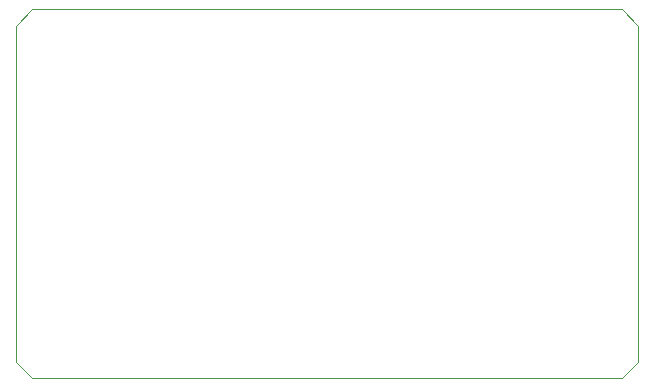
<source format=gbr>
G04 #@! TF.GenerationSoftware,KiCad,Pcbnew,5.1.2-f72e74a~84~ubuntu18.04.1*
G04 #@! TF.CreationDate,2021-05-31T02:13:38+02:00*
G04 #@! TF.ProjectId,USB_I2C_Iface,5553425f-4932-4435-9f49-666163652e6b,rev?*
G04 #@! TF.SameCoordinates,Original*
G04 #@! TF.FileFunction,Profile,NP*
%FSLAX46Y46*%
G04 Gerber Fmt 4.6, Leading zero omitted, Abs format (unit mm)*
G04 Created by KiCad (PCBNEW 5.1.2-f72e74a~84~ubuntu18.04.1) date 2021-05-31 02:13:38*
%MOMM*%
%LPD*%
G04 APERTURE LIST*
%ADD10C,0.050000*%
G04 APERTURE END LIST*
D10*
X97790000Y-33020000D02*
X99187000Y-34417000D01*
X46482000Y-62865000D02*
X47879000Y-64262000D01*
X46482000Y-34417000D02*
X47879000Y-33020000D01*
X97790000Y-64262000D02*
X99187000Y-62865000D01*
X97790000Y-64262000D02*
X47879000Y-64262000D01*
X99187000Y-34417000D02*
X99187000Y-62865000D01*
X47879000Y-33020000D02*
X97790000Y-33020000D01*
X46482000Y-34417000D02*
X46482000Y-62865000D01*
M02*

</source>
